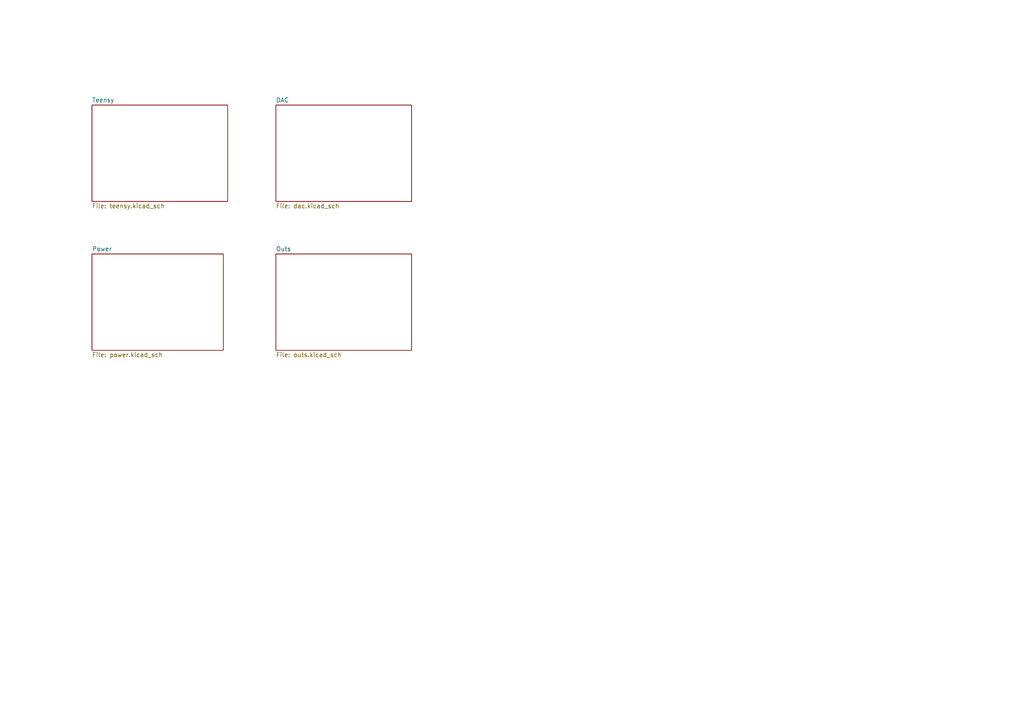
<source format=kicad_sch>
(kicad_sch
	(version 20231120)
	(generator "eeschema")
	(generator_version "8.0")
	(uuid "a4119639-42c9-4d05-afde-5b738907ed5a")
	(paper "A4")
	(lib_symbols)
	(sheet
		(at 26.67 73.66)
		(size 38.1 27.94)
		(fields_autoplaced yes)
		(stroke
			(width 0.1524)
			(type solid)
		)
		(fill
			(color 0 0 0 0.0000)
		)
		(uuid "1f5c8041-45d6-4a64-aa15-1c1752531f41")
		(property "Sheetname" "Power"
			(at 26.67 72.9484 0)
			(effects
				(font
					(size 1.27 1.27)
				)
				(justify left bottom)
			)
		)
		(property "Sheetfile" "power.kicad_sch"
			(at 26.67 102.1846 0)
			(effects
				(font
					(size 1.27 1.27)
				)
				(justify left top)
			)
		)
		(instances
			(project "teensy_dc_interface"
				(path "/a4119639-42c9-4d05-afde-5b738907ed5a"
					(page "2")
				)
			)
		)
	)
	(sheet
		(at 80.01 73.66)
		(size 39.37 27.94)
		(fields_autoplaced yes)
		(stroke
			(width 0.1524)
			(type solid)
		)
		(fill
			(color 0 0 0 0.0000)
		)
		(uuid "479e54ad-9621-45c1-9486-782bedef5f46")
		(property "Sheetname" "Outs"
			(at 80.01 72.9484 0)
			(effects
				(font
					(size 1.27 1.27)
				)
				(justify left bottom)
			)
		)
		(property "Sheetfile" "outs.kicad_sch"
			(at 80.01 102.1846 0)
			(effects
				(font
					(size 1.27 1.27)
				)
				(justify left top)
			)
		)
		(instances
			(project "teensy_dc_interface"
				(path "/a4119639-42c9-4d05-afde-5b738907ed5a"
					(page "3")
				)
			)
		)
	)
	(sheet
		(at 80.01 30.48)
		(size 39.37 27.94)
		(fields_autoplaced yes)
		(stroke
			(width 0.1524)
			(type solid)
		)
		(fill
			(color 0 0 0 0.0000)
		)
		(uuid "6394447c-ab31-4b0c-8b06-b5f80e645276")
		(property "Sheetname" "DAC"
			(at 80.01 29.7684 0)
			(effects
				(font
					(size 1.27 1.27)
				)
				(justify left bottom)
			)
		)
		(property "Sheetfile" "dac.kicad_sch"
			(at 80.01 59.0046 0)
			(effects
				(font
					(size 1.27 1.27)
				)
				(justify left top)
			)
		)
		(instances
			(project "teensy_dc_interface"
				(path "/a4119639-42c9-4d05-afde-5b738907ed5a"
					(page "4")
				)
			)
		)
	)
	(sheet
		(at 26.67 30.48)
		(size 39.37 27.94)
		(fields_autoplaced yes)
		(stroke
			(width 0.1524)
			(type solid)
		)
		(fill
			(color 0 0 0 0.0000)
		)
		(uuid "cc1bffa6-65b3-47b9-9487-c9fe2212650d")
		(property "Sheetname" "Teensy"
			(at 26.67 29.7684 0)
			(effects
				(font
					(size 1.27 1.27)
				)
				(justify left bottom)
			)
		)
		(property "Sheetfile" "teensy.kicad_sch"
			(at 26.67 59.0046 0)
			(effects
				(font
					(size 1.27 1.27)
				)
				(justify left top)
			)
		)
		(instances
			(project "teensy_dc_interface"
				(path "/a4119639-42c9-4d05-afde-5b738907ed5a"
					(page "5")
				)
			)
		)
	)
	(sheet_instances
		(path "/"
			(page "1")
		)
	)
)

</source>
